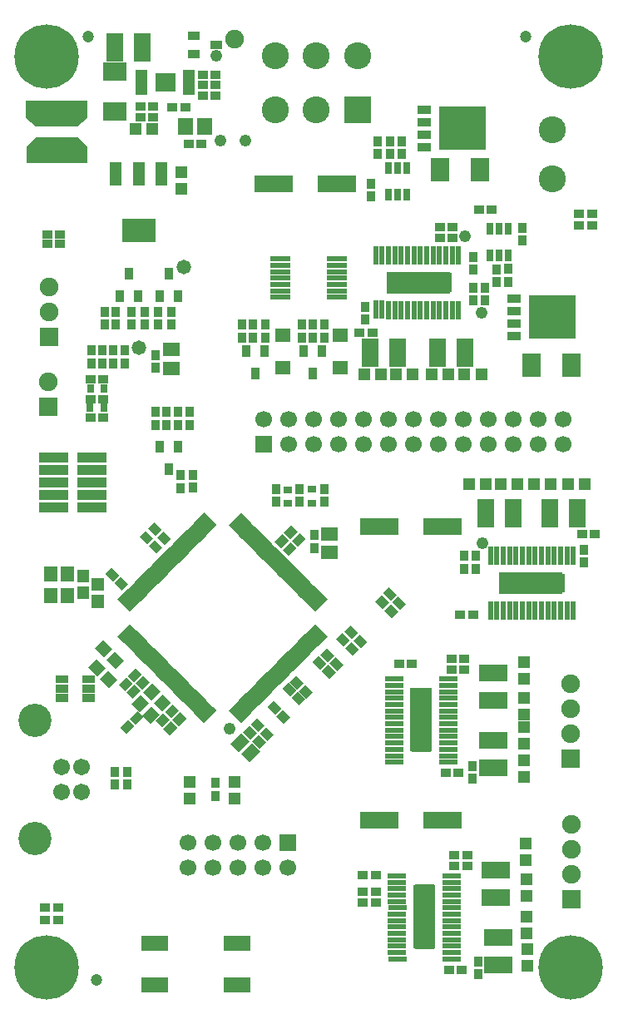
<source format=gbr>
G04 DipTrace 2.4.0.2*
%INTopMask.gbr*%
%MOIN*%
%ADD53R,0.0669X0.0669*%
%ADD54C,0.0669*%
%ADD86R,0.0552X0.0631*%
%ADD88R,0.0316X0.0513*%
%ADD90R,0.0789X0.0237*%
%ADD92R,0.136X0.0926*%
%ADD94R,0.0454X0.0926*%
%ADD96R,0.083X0.076*%
%ADD98R,0.048X0.02*%
%ADD100R,0.258X0.088*%
%ADD102R,0.02X0.073*%
%ADD104R,0.088X0.258*%
%ADD106R,0.073X0.02*%
%ADD108C,0.058*%
%ADD110C,0.048*%
%ADD112R,0.108X0.064*%
%ADD114R,0.1143X0.071*%
%ADD116R,0.071X0.1143*%
%ADD118R,0.0336X0.0493*%
%ADD120R,0.1871X0.1734*%
%ADD122R,0.0533X0.0356*%
%ADD124C,0.258*%
%ADD126C,0.0749*%
%ADD127R,0.0749X0.0749*%
%ADD130C,0.133*%
%ADD132C,0.067*%
%ADD134C,0.108*%
%ADD136R,0.108X0.108*%
%ADD138C,0.0474*%
%ADD140R,0.0316X0.0356*%
%ADD142R,0.0356X0.0316*%
%ADD144R,0.0631X0.0552*%
%ADD146R,0.078X0.093*%
%ADD148R,0.093X0.078*%
%ADD150R,0.068X0.058*%
%ADD152R,0.0493X0.0336*%
%ADD154R,0.158X0.068*%
%ADD156R,0.0356X0.0434*%
%ADD158R,0.0434X0.0356*%
%ADD160R,0.0474X0.0513*%
%ADD162R,0.0513X0.0474*%
%ADD164R,0.0592X0.0671*%
%FSLAX44Y44*%
G04*
G70*
G90*
G75*
G01*
%LNTopMask*%
%LPD*%
D164*
X11745Y39128D3*
X10997D3*
D162*
X8990Y39030D3*
X9659D3*
D160*
X10815Y36628D3*
Y37297D3*
D158*
X11690Y41207D3*
X12202D3*
X11690Y40370D3*
X12202D3*
X9191Y39944D3*
X9703D3*
X11130Y38440D3*
X11642D3*
D156*
X8840Y31208D3*
Y31719D3*
X7750Y31718D3*
Y31206D3*
X9880Y31708D3*
Y31196D3*
D154*
X17060Y36855D3*
X14528Y36845D3*
X21305Y23118D3*
X18773Y23107D3*
X21305Y11338D3*
X18773Y11327D3*
G36*
X8932Y16871D2*
X8681Y17122D1*
X8988Y17429D1*
X9239Y17178D1*
X8932Y16871D1*
G37*
G36*
X8570Y16509D2*
X8319Y16760D1*
X8626Y17067D1*
X8877Y16816D1*
X8570Y16509D1*
G37*
G36*
X9252Y16581D2*
X9001Y16832D1*
X9308Y17139D1*
X9559Y16888D1*
X9252Y16581D1*
G37*
G36*
X8890Y16219D2*
X8639Y16470D1*
X8946Y16777D1*
X9197Y16526D1*
X8890Y16219D1*
G37*
G36*
X9626Y16141D2*
X9291Y16476D1*
X9654Y16839D1*
X9989Y16504D1*
X9626Y16141D1*
G37*
G36*
X9153Y15668D2*
X8818Y16003D1*
X9181Y16366D1*
X9516Y16031D1*
X9153Y15668D1*
G37*
G36*
X10056Y15691D2*
X9721Y16026D1*
X10084Y16389D1*
X10419Y16054D1*
X10056Y15691D1*
G37*
G36*
X9583Y15218D2*
X9248Y15553D1*
X9611Y15916D1*
X9946Y15581D1*
X9583Y15218D1*
G37*
G36*
X10412Y15431D2*
X10161Y15682D1*
X10468Y15989D1*
X10719Y15738D1*
X10412Y15431D1*
G37*
G36*
X10050Y15069D2*
X9799Y15320D1*
X10106Y15627D1*
X10357Y15376D1*
X10050Y15069D1*
G37*
G36*
X10722Y15111D2*
X10471Y15362D1*
X10778Y15669D1*
X11029Y15418D1*
X10722Y15111D1*
G37*
G36*
X10360Y14749D2*
X10109Y15000D1*
X10416Y15307D1*
X10667Y15056D1*
X10360Y14749D1*
G37*
G36*
X13661Y14518D2*
X13912Y14769D1*
X14219Y14462D1*
X13968Y14211D1*
X13661Y14518D1*
G37*
G36*
X13299Y14880D2*
X13550Y15131D1*
X13857Y14824D1*
X13606Y14573D1*
X13299Y14880D1*
G37*
G36*
X13971Y14818D2*
X14222Y15069D1*
X14529Y14762D1*
X14278Y14511D1*
X13971Y14818D1*
G37*
G36*
X13609Y15180D2*
X13860Y15431D1*
X14167Y15124D1*
X13916Y14873D1*
X13609Y15180D1*
G37*
G36*
X16649Y17622D2*
X16398Y17371D1*
X16091Y17678D1*
X16342Y17929D1*
X16649Y17622D1*
G37*
G36*
X17011Y17260D2*
X16760Y17009D1*
X16453Y17316D1*
X16704Y17567D1*
X17011Y17260D1*
G37*
G36*
X16401Y17988D2*
X16652Y18239D1*
X16959Y17932D1*
X16708Y17681D1*
X16401Y17988D1*
G37*
G36*
X16763Y17626D2*
X17014Y17877D1*
X17321Y17570D1*
X17070Y17319D1*
X16763Y17626D1*
G37*
G36*
X15142Y21931D2*
X14891Y22182D1*
X15198Y22489D1*
X15449Y22238D1*
X15142Y21931D1*
G37*
G36*
X15504Y22293D2*
X15253Y22544D1*
X15560Y22851D1*
X15811Y22600D1*
X15504Y22293D1*
G37*
G36*
X14822Y22241D2*
X14571Y22492D1*
X14878Y22799D1*
X15129Y22548D1*
X14822Y22241D1*
G37*
G36*
X15184Y22603D2*
X14933Y22854D1*
X15240Y23161D1*
X15491Y22910D1*
X15184Y22603D1*
G37*
G36*
X10419Y22612D2*
X10168Y22361D1*
X9861Y22668D1*
X10112Y22919D1*
X10419Y22612D1*
G37*
G36*
X10057Y22974D2*
X9806Y22723D1*
X9499Y23030D1*
X9750Y23281D1*
X10057Y22974D1*
G37*
G36*
X9511Y22338D2*
X9762Y22589D1*
X10069Y22282D1*
X9818Y22031D1*
X9511Y22338D1*
G37*
G36*
X9149Y22700D2*
X9400Y22951D1*
X9707Y22644D1*
X9456Y22393D1*
X9149Y22700D1*
G37*
G36*
X8141Y20848D2*
X8392Y21099D1*
X8699Y20792D1*
X8448Y20541D1*
X8141Y20848D1*
G37*
G36*
X7779Y21210D2*
X8030Y21461D1*
X8337Y21154D1*
X8086Y20903D1*
X7779Y21210D1*
G37*
D158*
X5375Y7340D3*
X5887D3*
X5450Y34820D3*
X5962D3*
X27287Y35185D3*
X26776D3*
G36*
X7137Y20196D2*
X6663D1*
Y20709D1*
X7137D1*
Y20196D1*
G37*
G36*
Y20865D2*
X6663D1*
Y21379D1*
X7137D1*
Y20865D1*
G37*
G36*
X7717Y19856D2*
X7243D1*
Y20369D1*
X7717D1*
Y19856D1*
G37*
G36*
Y20525D2*
X7243D1*
Y21039D1*
X7717D1*
Y20525D1*
G37*
D158*
X18613Y9155D3*
X18101D3*
D156*
X22717Y5671D3*
Y5159D3*
D158*
X22283Y9495D3*
X21771D3*
X21561Y5355D3*
X22073D3*
D160*
X24615Y9730D3*
Y10399D3*
X24645Y8310D3*
Y8979D3*
X24667Y7480D3*
Y6811D3*
X24680Y6177D3*
Y5508D3*
D158*
X19550Y17600D3*
X20062D3*
D156*
X22482Y12994D3*
Y13506D3*
D158*
X22158Y17380D3*
X21646D3*
X21426Y13240D3*
X21938D3*
D160*
X24555Y16995D3*
Y17664D3*
X24575Y15585D3*
Y16254D3*
X24545Y15065D3*
Y14396D3*
Y13735D3*
Y13066D3*
D158*
X22516Y19576D3*
X22004D3*
X26890Y22820D3*
X27402D3*
D156*
X22620Y21930D3*
Y21418D3*
X26970Y21660D3*
Y22172D3*
D162*
X23020Y24790D3*
X22351D3*
X24309Y24800D3*
X23640D3*
X25639D3*
X24970D3*
X26340Y24810D3*
X27009D3*
D156*
X22520Y33910D3*
Y33398D3*
D158*
X17970Y30870D3*
X18482D3*
D156*
X22520Y32160D3*
Y32672D3*
X18190Y31918D3*
Y31407D3*
D162*
X18825Y29190D3*
X18155D3*
X20095D3*
X19425D3*
X20855D3*
X21525D3*
X22845D3*
X22175D3*
D156*
X24490Y35070D3*
Y34558D3*
X18680Y38030D3*
Y38542D3*
X9790Y27184D3*
Y27696D3*
X8560Y29653D3*
Y30164D3*
X11310Y24660D3*
Y25172D3*
X15555Y24619D3*
Y24108D3*
D158*
X7190Y28200D3*
X7702D3*
D152*
X11325Y42775D3*
Y42027D3*
X12231Y42401D3*
D150*
X10440Y30190D3*
Y29430D3*
X16770Y22060D3*
Y22820D3*
D148*
X8170Y41326D3*
Y39726D3*
G36*
X6851Y16078D2*
Y16394D1*
X7364D1*
Y16078D1*
X6851D1*
G37*
G36*
Y16452D2*
Y16768D1*
X7364D1*
Y16452D1*
X6851D1*
G37*
G36*
Y16826D2*
Y17142D1*
X7364D1*
Y16826D1*
X6851D1*
G37*
G36*
X5788D2*
Y17142D1*
X6301D1*
Y16826D1*
X5788D1*
G37*
G36*
Y16452D2*
Y16768D1*
X6301D1*
Y16452D1*
X5788D1*
G37*
G36*
Y16078D2*
Y16394D1*
X6301D1*
Y16078D1*
X5788D1*
G37*
D156*
X7220Y29653D3*
Y30164D3*
X11150Y27180D3*
Y27692D3*
D146*
X24855Y29570D3*
X26455D3*
X21185Y37420D3*
X22785D3*
D144*
X14877Y30770D3*
Y29470D3*
X17180Y30770D3*
Y29471D3*
D142*
X15100Y24581D3*
Y24030D3*
X16055Y24056D3*
Y24608D3*
D140*
X7190Y28628D3*
X7741D3*
X7716Y27860D3*
X7164D3*
D138*
X7440Y4940D3*
X24640Y42740D3*
X7090D3*
D136*
X17877Y39815D3*
D134*
X16227D3*
X14577D3*
X17877Y41975D3*
X16227D3*
X14577D3*
X25690Y37040D3*
Y39010D3*
D132*
X6815Y13460D3*
Y12476D3*
X6028Y13460D3*
Y12476D3*
D130*
X4961Y15338D3*
Y10598D3*
D53*
X14130Y26420D3*
D54*
X15130D3*
X16130D3*
X17130D3*
X18130D3*
X19130D3*
X20130D3*
X21130D3*
X22130D3*
X23130D3*
X24130D3*
X25130D3*
X26130D3*
X14130Y27420D3*
X15130D3*
X16130D3*
X17130D3*
X18130D3*
X19130D3*
X20130D3*
X21130D3*
X22130D3*
X23130D3*
X24130D3*
X25130D3*
X26130D3*
D53*
X15110Y10450D3*
D54*
X14110D3*
X13110D3*
X12110D3*
X11110D3*
X15110Y9450D3*
X14110D3*
X13110D3*
X12110D3*
X11110D3*
D127*
X26422Y13790D3*
D126*
Y14790D3*
Y15790D3*
Y16790D3*
D127*
X26462Y8170D3*
D126*
Y9170D3*
Y10170D3*
Y11170D3*
D127*
X5540Y30692D3*
D126*
Y31692D3*
Y32692D3*
D127*
X5480Y27910D3*
D126*
Y28910D3*
G36*
X6659Y23663D2*
Y24057D1*
X7841D1*
Y23663D1*
X6659D1*
G37*
G36*
Y24163D2*
Y24557D1*
X7841D1*
Y24163D1*
X6659D1*
G37*
G36*
Y24663D2*
Y25057D1*
X7841D1*
Y24663D1*
X6659D1*
G37*
G36*
Y25163D2*
Y25557D1*
X7841D1*
Y25163D1*
X6659D1*
G37*
G36*
Y25663D2*
Y26057D1*
X7841D1*
Y25663D1*
X6659D1*
G37*
G36*
X5116Y23663D2*
Y24057D1*
X6298D1*
Y23663D1*
X5116D1*
G37*
G36*
Y24163D2*
Y24557D1*
X6298D1*
Y24163D1*
X5116D1*
G37*
G36*
Y24663D2*
Y25057D1*
X6298D1*
Y24663D1*
X5116D1*
G37*
G36*
Y25163D2*
Y25557D1*
X6298D1*
Y25163D1*
X5116D1*
G37*
G36*
Y25663D2*
Y26057D1*
X6298D1*
Y25663D1*
X5116D1*
G37*
D126*
X12950Y42640D3*
G36*
X4609Y40170D2*
X7052D1*
Y39483D1*
X6673Y39126D1*
X4988D1*
X4609Y39483D1*
Y40170D1*
G37*
G36*
X7071Y37669D2*
X4629D1*
Y38356D1*
X5008Y38713D1*
X6693D1*
X7071Y38356D1*
Y37669D1*
G37*
G36*
X12806Y14421D2*
X13239Y14854D1*
X13574Y14519D1*
X13141Y14086D1*
X12806Y14421D1*
G37*
G36*
X13224Y14004D2*
X13656Y14436D1*
X13991Y14101D1*
X13559Y13669D1*
X13224Y14004D1*
G37*
D124*
X5440Y41940D3*
Y5440D3*
X26440D3*
Y41940D3*
D122*
X24160Y32240D3*
X24158Y31740D3*
Y31240D3*
Y30740D3*
D120*
X25695Y31490D3*
D122*
X20567Y39819D3*
X20565Y39319D3*
Y38819D3*
Y38319D3*
D120*
X22102Y39069D3*
D118*
X14168Y30140D3*
X13419D3*
X13793Y29234D3*
X16474Y30143D3*
X15726D3*
X16100Y29237D3*
X10700Y26310D3*
X9952D3*
X10326Y25404D3*
X9950Y32330D3*
X10698D3*
X10324Y33236D3*
X8350Y32330D3*
X9098D3*
X8724Y33236D3*
D116*
X9256Y42320D3*
X8154D3*
D156*
X9790Y29470D3*
Y29982D3*
X16170Y22760D3*
Y22248D3*
D158*
X9191Y39506D3*
X9703D3*
X10470Y39890D3*
X10982D3*
D156*
X9350Y31198D3*
Y31709D3*
X8210Y31198D3*
Y31709D3*
X10420Y31718D3*
Y31206D3*
G36*
X8539Y17736D2*
X8204Y17401D1*
X7841Y17764D1*
X8176Y18099D1*
X8539Y17736D1*
G37*
G36*
X8066Y18209D2*
X7731Y17874D1*
X7368Y18237D1*
X7703Y18572D1*
X8066Y18209D1*
G37*
G36*
X8259Y16976D2*
X7924Y16641D1*
X7561Y17004D1*
X7896Y17339D1*
X8259Y16976D1*
G37*
G36*
X7786Y17449D2*
X7451Y17114D1*
X7088Y17477D1*
X7423Y17812D1*
X7786Y17449D1*
G37*
G36*
X8642Y14801D2*
X8391Y15052D1*
X8698Y15359D1*
X8949Y15108D1*
X8642Y14801D1*
G37*
G36*
X9004Y15163D2*
X8753Y15414D1*
X9060Y15721D1*
X9311Y15470D1*
X9004Y15163D1*
G37*
G36*
X14271Y15878D2*
X14522Y16129D1*
X14829Y15822D1*
X14578Y15571D1*
X14271Y15878D1*
G37*
G36*
X14633Y15516D2*
X14884Y15767D1*
X15191Y15460D1*
X14940Y15209D1*
X14633Y15516D1*
G37*
D156*
X12180Y12320D3*
Y12832D3*
G36*
X15251Y16248D2*
X15502Y16499D1*
X15809Y16192D1*
X15558Y15941D1*
X15251Y16248D1*
G37*
G36*
X14889Y16610D2*
X15140Y16861D1*
X15447Y16554D1*
X15196Y16303D1*
X14889Y16610D1*
G37*
G36*
X15531Y16518D2*
X15782Y16769D1*
X16089Y16462D1*
X15838Y16211D1*
X15531Y16518D1*
G37*
G36*
X15169Y16880D2*
X15420Y17131D1*
X15727Y16824D1*
X15476Y16573D1*
X15169Y16880D1*
G37*
D158*
X5885Y7830D3*
X5373D3*
X5970Y34450D3*
X5458D3*
X26767Y35625D3*
X27279D3*
X22283Y9925D3*
X21771D3*
X18613Y8465D3*
X18101D3*
Y8035D3*
X18613D3*
D114*
X23437Y9346D3*
Y8244D3*
X23517Y5544D3*
Y6646D3*
D158*
X22158Y17800D3*
X21646D3*
G36*
X17721Y18538D2*
X17972Y18789D1*
X18279Y18482D1*
X18028Y18231D1*
X17721Y18538D1*
G37*
G36*
X17359Y18900D2*
X17610Y19151D1*
X17917Y18844D1*
X17666Y18593D1*
X17359Y18900D1*
G37*
G36*
X17031Y18598D2*
X17282Y18849D1*
X17589Y18542D1*
X17338Y18291D1*
X17031Y18598D1*
G37*
G36*
X17393Y18236D2*
X17644Y18487D1*
X17951Y18180D1*
X17700Y17929D1*
X17393Y18236D1*
G37*
D114*
X23312Y17231D3*
Y16129D3*
Y13429D3*
Y14531D3*
D156*
X22170Y21930D3*
Y21418D3*
G36*
X19271Y20068D2*
X19522Y20319D1*
X19829Y20012D1*
X19578Y19761D1*
X19271Y20068D1*
G37*
G36*
X18909Y20430D2*
X19160Y20681D1*
X19467Y20374D1*
X19216Y20123D1*
X18909Y20430D1*
G37*
G36*
X18601Y20108D2*
X18852Y20359D1*
X19159Y20052D1*
X18908Y19801D1*
X18601Y20108D1*
G37*
G36*
X18963Y19746D2*
X19214Y19997D1*
X19521Y19690D1*
X19270Y19439D1*
X18963Y19746D1*
G37*
D116*
X23017Y23630D3*
X24119D3*
X26691D3*
X25589D3*
D156*
X22990Y32160D3*
Y32672D3*
D158*
X21180Y34670D3*
X21692D3*
X21690Y35100D3*
X21178D3*
D116*
X22181Y30085D3*
X21079D3*
X18379D3*
X19481D3*
D156*
X10690Y27696D3*
Y27184D3*
X10240D3*
Y27696D3*
X7660Y30164D3*
Y29653D3*
X8110D3*
Y30164D3*
X10800Y24650D3*
Y25162D3*
X16555Y24096D3*
Y24608D3*
X14630Y24602D3*
Y24090D3*
D158*
X7696Y27480D3*
X7184D3*
Y29020D3*
X7696D3*
X12190Y40790D3*
X11678D3*
D156*
X23915Y32920D3*
Y33432D3*
X23445Y32910D3*
Y33422D3*
X19180Y38550D3*
Y38038D3*
X19663Y38550D3*
Y38038D3*
X13708Y30684D3*
Y31196D3*
X14178Y30684D3*
Y31196D3*
X16110Y30684D3*
Y31196D3*
X16570Y30684D3*
Y31196D3*
D158*
X23270Y35790D3*
X22758D3*
D156*
X18430Y36840D3*
Y36328D3*
X13248Y30684D3*
Y31196D3*
X15650Y30684D3*
Y31196D3*
D160*
X11145Y12875D3*
Y12205D3*
X12960Y12870D3*
Y12201D3*
D156*
X8650Y13270D3*
Y12758D3*
X8160Y13270D3*
Y12758D3*
D112*
X9770Y6420D3*
Y4735D3*
X13060Y6420D3*
Y4735D3*
D110*
X12240Y41980D3*
X12380Y38560D3*
X13380D3*
X22200Y34730D3*
X12770Y15010D3*
X22890Y22430D3*
X22860Y31660D3*
D108*
X9140Y30270D3*
X10940Y33520D3*
G36*
X11602Y23531D2*
X11742Y23671D1*
X12244Y23169D1*
X12104Y23029D1*
X11602Y23531D1*
G37*
G36*
X11463Y23392D2*
X11603Y23532D1*
X12105Y23030D1*
X11965Y22890D1*
X11463Y23392D1*
G37*
G36*
X11324Y23253D2*
X11464Y23393D1*
X11966Y22891D1*
X11826Y22751D1*
X11324Y23253D1*
G37*
G36*
X11184Y23114D2*
X11325Y23254D1*
X11827Y22752D1*
X11686Y22612D1*
X11184Y23114D1*
G37*
G36*
X11045Y22974D2*
X11185Y23115D1*
X11687Y22613D1*
X11547Y22472D1*
X11045Y22974D1*
G37*
G36*
X10906Y22835D2*
X11046Y22975D1*
X11548Y22473D1*
X11408Y22333D1*
X10906Y22835D1*
G37*
G36*
X10767Y22696D2*
X10907Y22836D1*
X11409Y22334D1*
X11269Y22194D1*
X10767Y22696D1*
G37*
G36*
X10628Y22557D2*
X10768Y22697D1*
X11270Y22195D1*
X11130Y22055D1*
X10628Y22557D1*
G37*
G36*
X10488Y22418D2*
X10629Y22558D1*
X11131Y22056D1*
X10990Y21916D1*
X10488Y22418D1*
G37*
G36*
X10349Y22278D2*
X10489Y22419D1*
X10991Y21917D1*
X10851Y21776D1*
X10349Y22278D1*
G37*
G36*
X10210Y22139D2*
X10350Y22279D1*
X10852Y21777D1*
X10712Y21637D1*
X10210Y22139D1*
G37*
G36*
X10071Y22000D2*
X10211Y22140D1*
X10713Y21638D1*
X10573Y21498D1*
X10071Y22000D1*
G37*
G36*
X9932Y21861D2*
X10072Y22001D1*
X10574Y21499D1*
X10434Y21359D1*
X9932Y21861D1*
G37*
G36*
X9793Y21722D2*
X9933Y21862D1*
X10435Y21360D1*
X10295Y21220D1*
X9793Y21722D1*
G37*
G36*
X9653Y21582D2*
X9793Y21723D1*
X10295Y21221D1*
X10155Y21080D1*
X9653Y21582D1*
G37*
G36*
X9514Y21443D2*
X9654Y21583D1*
X10156Y21081D1*
X10016Y20941D1*
X9514Y21443D1*
G37*
G36*
X9375Y21304D2*
X9515Y21444D1*
X10017Y20942D1*
X9877Y20802D1*
X9375Y21304D1*
G37*
G36*
X9236Y21165D2*
X9376Y21305D1*
X9878Y20803D1*
X9738Y20663D1*
X9236Y21165D1*
G37*
G36*
X9097Y21026D2*
X9237Y21166D1*
X9739Y20664D1*
X9599Y20524D1*
X9097Y21026D1*
G37*
G36*
X8957Y20887D2*
X9097Y21027D1*
X9599Y20525D1*
X9459Y20385D1*
X8957Y20887D1*
G37*
G36*
X8818Y20747D2*
X8958Y20887D1*
X9460Y20385D1*
X9320Y20245D1*
X8818Y20747D1*
G37*
G36*
X8679Y20608D2*
X8819Y20748D1*
X9321Y20246D1*
X9181Y20106D1*
X8679Y20608D1*
G37*
G36*
X8540Y20469D2*
X8680Y20609D1*
X9182Y20107D1*
X9042Y19967D1*
X8540Y20469D1*
G37*
G36*
X8401Y20330D2*
X8541Y20470D1*
X9043Y19968D1*
X8903Y19828D1*
X8401Y20330D1*
G37*
G36*
X8261Y20191D2*
X8401Y20331D1*
X8903Y19829D1*
X8763Y19689D1*
X8261Y20191D1*
G37*
G36*
X8401Y18575D2*
X8261Y18715D1*
X8763Y19217D1*
X8903Y19077D1*
X8401Y18575D1*
G37*
G36*
X8541Y18436D2*
X8401Y18576D1*
X8903Y19078D1*
X9043Y18938D1*
X8541Y18436D1*
G37*
G36*
X8680Y18297D2*
X8540Y18437D1*
X9042Y18939D1*
X9182Y18799D1*
X8680Y18297D1*
G37*
G36*
X8819Y18157D2*
X8679Y18297D1*
X9181Y18799D1*
X9321Y18659D1*
X8819Y18157D1*
G37*
G36*
X8958Y18018D2*
X8818Y18158D1*
X9320Y18660D1*
X9460Y18520D1*
X8958Y18018D1*
G37*
G36*
X9097Y17879D2*
X8957Y18019D1*
X9459Y18521D1*
X9599Y18381D1*
X9097Y17879D1*
G37*
G36*
X9237Y17740D2*
X9097Y17880D1*
X9599Y18382D1*
X9739Y18242D1*
X9237Y17740D1*
G37*
G36*
X9376Y17601D2*
X9236Y17741D1*
X9738Y18243D1*
X9878Y18103D1*
X9376Y17601D1*
G37*
G36*
X9515Y17461D2*
X9375Y17602D1*
X9877Y18104D1*
X10017Y17963D1*
X9515Y17461D1*
G37*
G36*
X9654Y17322D2*
X9514Y17462D1*
X10016Y17964D1*
X10156Y17824D1*
X9654Y17322D1*
G37*
G36*
X9793Y17183D2*
X9653Y17323D1*
X10155Y17825D1*
X10295Y17685D1*
X9793Y17183D1*
G37*
G36*
X9933Y17044D2*
X9793Y17184D1*
X10295Y17686D1*
X10435Y17546D1*
X9933Y17044D1*
G37*
G36*
X10072Y16905D2*
X9932Y17045D1*
X10434Y17547D1*
X10574Y17407D1*
X10072Y16905D1*
G37*
G36*
X10211Y16765D2*
X10071Y16906D1*
X10573Y17408D1*
X10713Y17267D1*
X10211Y16765D1*
G37*
G36*
X10350Y16626D2*
X10210Y16766D1*
X10712Y17268D1*
X10852Y17128D1*
X10350Y16626D1*
G37*
G36*
X10489Y16487D2*
X10349Y16627D1*
X10851Y17129D1*
X10991Y16989D1*
X10489Y16487D1*
G37*
G36*
X10629Y16348D2*
X10488Y16488D1*
X10990Y16990D1*
X11131Y16850D1*
X10629Y16348D1*
G37*
G36*
X10768Y16209D2*
X10628Y16349D1*
X11130Y16851D1*
X11270Y16711D1*
X10768Y16209D1*
G37*
G36*
X10907Y16069D2*
X10767Y16210D1*
X11269Y16712D1*
X11409Y16571D1*
X10907Y16069D1*
G37*
G36*
X11046Y15930D2*
X10906Y16070D1*
X11408Y16572D1*
X11548Y16432D1*
X11046Y15930D1*
G37*
G36*
X11185Y15791D2*
X11045Y15931D1*
X11547Y16433D1*
X11687Y16293D1*
X11185Y15791D1*
G37*
G36*
X11325Y15652D2*
X11184Y15792D1*
X11686Y16294D1*
X11827Y16154D1*
X11325Y15652D1*
G37*
G36*
X11464Y15513D2*
X11324Y15653D1*
X11826Y16155D1*
X11966Y16015D1*
X11464Y15513D1*
G37*
G36*
X11603Y15374D2*
X11463Y15514D1*
X11965Y16016D1*
X12105Y15876D1*
X11603Y15374D1*
G37*
G36*
X11742Y15234D2*
X11602Y15374D1*
X12104Y15876D1*
X12244Y15736D1*
X11742Y15234D1*
G37*
G36*
X12716Y15736D2*
X12856Y15876D1*
X13358Y15374D1*
X13218Y15234D1*
X12716Y15736D1*
G37*
G36*
X12855Y15876D2*
X12995Y16016D1*
X13497Y15514D1*
X13357Y15374D1*
X12855Y15876D1*
G37*
G36*
X12994Y16015D2*
X13134Y16155D1*
X13636Y15653D1*
X13496Y15513D1*
X12994Y16015D1*
G37*
G36*
X13133Y16154D2*
X13273Y16294D1*
X13775Y15792D1*
X13635Y15652D1*
X13133Y16154D1*
G37*
G36*
X13272Y16293D2*
X13412Y16433D1*
X13914Y15931D1*
X13774Y15791D1*
X13272Y16293D1*
G37*
G36*
X13412Y16432D2*
X13552Y16572D1*
X14054Y16070D1*
X13914Y15930D1*
X13412Y16432D1*
G37*
G36*
X13551Y16571D2*
X13691Y16712D1*
X14193Y16210D1*
X14053Y16069D1*
X13551Y16571D1*
G37*
G36*
X13690Y16711D2*
X13830Y16851D1*
X14332Y16349D1*
X14192Y16209D1*
X13690Y16711D1*
G37*
G36*
X13829Y16850D2*
X13969Y16990D1*
X14471Y16488D1*
X14331Y16348D1*
X13829Y16850D1*
G37*
G36*
X13968Y16989D2*
X14108Y17129D1*
X14610Y16627D1*
X14470Y16487D1*
X13968Y16989D1*
G37*
G36*
X14108Y17128D2*
X14248Y17268D1*
X14750Y16766D1*
X14610Y16626D1*
X14108Y17128D1*
G37*
G36*
X14247Y17267D2*
X14387Y17408D1*
X14889Y16906D1*
X14749Y16765D1*
X14247Y17267D1*
G37*
G36*
X14386Y17407D2*
X14526Y17547D1*
X15028Y17045D1*
X14888Y16905D1*
X14386Y17407D1*
G37*
G36*
X14525Y17546D2*
X14665Y17686D1*
X15167Y17184D1*
X15027Y17044D1*
X14525Y17546D1*
G37*
G36*
X14664Y17685D2*
X14804Y17825D1*
X15306Y17323D1*
X15166Y17183D1*
X14664Y17685D1*
G37*
G36*
X14803Y17824D2*
X14944Y17964D1*
X15446Y17462D1*
X15305Y17322D1*
X14803Y17824D1*
G37*
G36*
X14943Y17963D2*
X15083Y18104D1*
X15585Y17602D1*
X15445Y17461D1*
X14943Y17963D1*
G37*
G36*
X15082Y18103D2*
X15222Y18243D1*
X15724Y17741D1*
X15584Y17601D1*
X15082Y18103D1*
G37*
G36*
X15221Y18242D2*
X15361Y18382D1*
X15863Y17880D1*
X15723Y17740D1*
X15221Y18242D1*
G37*
G36*
X15360Y18381D2*
X15500Y18521D1*
X16002Y18019D1*
X15862Y17879D1*
X15360Y18381D1*
G37*
G36*
X15499Y18520D2*
X15640Y18660D1*
X16142Y18158D1*
X16001Y18018D1*
X15499Y18520D1*
G37*
G36*
X15639Y18659D2*
X15779Y18799D1*
X16281Y18297D1*
X16141Y18157D1*
X15639Y18659D1*
G37*
G36*
X15778Y18799D2*
X15918Y18939D1*
X16420Y18437D1*
X16280Y18297D1*
X15778Y18799D1*
G37*
G36*
X15917Y18938D2*
X16057Y19078D1*
X16559Y18576D1*
X16419Y18436D1*
X15917Y18938D1*
G37*
G36*
X16056Y19077D2*
X16196Y19217D1*
X16698Y18715D1*
X16558Y18575D1*
X16056Y19077D1*
G37*
G36*
X16196Y19689D2*
X16056Y19829D1*
X16558Y20331D1*
X16698Y20191D1*
X16196Y19689D1*
G37*
G36*
X16057Y19828D2*
X15917Y19968D1*
X16419Y20470D1*
X16559Y20330D1*
X16057Y19828D1*
G37*
G36*
X15918Y19967D2*
X15778Y20107D1*
X16280Y20609D1*
X16420Y20469D1*
X15918Y19967D1*
G37*
G36*
X15779Y20106D2*
X15639Y20246D1*
X16141Y20748D1*
X16281Y20608D1*
X15779Y20106D1*
G37*
G36*
X15640Y20245D2*
X15499Y20385D1*
X16001Y20887D1*
X16142Y20747D1*
X15640Y20245D1*
G37*
G36*
X15500Y20385D2*
X15360Y20525D1*
X15862Y21027D1*
X16002Y20887D1*
X15500Y20385D1*
G37*
G36*
X15361Y20524D2*
X15221Y20664D1*
X15723Y21166D1*
X15863Y21026D1*
X15361Y20524D1*
G37*
G36*
X15222Y20663D2*
X15082Y20803D1*
X15584Y21305D1*
X15724Y21165D1*
X15222Y20663D1*
G37*
G36*
X15083Y20802D2*
X14943Y20942D1*
X15445Y21444D1*
X15585Y21304D1*
X15083Y20802D1*
G37*
G36*
X14944Y20941D2*
X14803Y21081D1*
X15305Y21583D1*
X15446Y21443D1*
X14944Y20941D1*
G37*
G36*
X14804Y21080D2*
X14664Y21221D1*
X15166Y21723D1*
X15306Y21582D1*
X14804Y21080D1*
G37*
G36*
X14665Y21220D2*
X14525Y21360D1*
X15027Y21862D1*
X15167Y21722D1*
X14665Y21220D1*
G37*
G36*
X14526Y21359D2*
X14386Y21499D1*
X14888Y22001D1*
X15028Y21861D1*
X14526Y21359D1*
G37*
G36*
X14387Y21498D2*
X14247Y21638D1*
X14749Y22140D1*
X14889Y22000D1*
X14387Y21498D1*
G37*
G36*
X14248Y21637D2*
X14108Y21777D1*
X14610Y22279D1*
X14750Y22139D1*
X14248Y21637D1*
G37*
G36*
X14108Y21776D2*
X13968Y21917D1*
X14470Y22419D1*
X14610Y22278D1*
X14108Y21776D1*
G37*
G36*
X13969Y21916D2*
X13829Y22056D1*
X14331Y22558D1*
X14471Y22418D1*
X13969Y21916D1*
G37*
G36*
X13830Y22055D2*
X13690Y22195D1*
X14192Y22697D1*
X14332Y22557D1*
X13830Y22055D1*
G37*
G36*
X13691Y22194D2*
X13551Y22334D1*
X14053Y22836D1*
X14193Y22696D1*
X13691Y22194D1*
G37*
G36*
X13552Y22333D2*
X13412Y22473D1*
X13914Y22975D1*
X14054Y22835D1*
X13552Y22333D1*
G37*
G36*
X13412Y22472D2*
X13272Y22613D1*
X13774Y23115D1*
X13914Y22974D1*
X13412Y22472D1*
G37*
G36*
X13273Y22612D2*
X13133Y22752D1*
X13635Y23254D1*
X13775Y23114D1*
X13273Y22612D1*
G37*
G36*
X13134Y22751D2*
X12994Y22891D1*
X13496Y23393D1*
X13636Y23253D1*
X13134Y22751D1*
G37*
G36*
X12995Y22890D2*
X12855Y23030D1*
X13357Y23532D1*
X13497Y23392D1*
X12995Y22890D1*
G37*
G36*
X12856Y23029D2*
X12716Y23169D1*
X13218Y23671D1*
X13358Y23531D1*
X12856Y23029D1*
G37*
D106*
X21657Y5785D3*
Y6035D3*
X21659Y6293D3*
Y6549D3*
Y6805D3*
Y7060D3*
Y7316D3*
Y7572D3*
Y7828D3*
Y8084D3*
Y8340D3*
Y8596D3*
Y8852D3*
Y9108D3*
X19474D3*
Y8852D3*
Y8596D3*
Y8340D3*
Y8084D3*
X19477Y7825D3*
X19474Y7572D3*
Y7316D3*
Y7060D3*
Y6805D3*
Y6549D3*
Y6293D3*
Y6037D3*
X19477Y5785D3*
D104*
X20567Y7485D3*
D106*
X21532Y13670D3*
Y13920D3*
X21534Y14178D3*
Y14434D3*
Y14690D3*
Y14945D3*
Y15201D3*
Y15457D3*
Y15713D3*
Y15969D3*
Y16225D3*
Y16481D3*
Y16737D3*
Y16993D3*
X19349D3*
Y16737D3*
Y16481D3*
Y16225D3*
Y15969D3*
X19352Y15710D3*
X19349Y15457D3*
Y15201D3*
Y14945D3*
Y14690D3*
Y14434D3*
Y14178D3*
Y13922D3*
X19352Y13670D3*
D104*
X20442Y15370D3*
D102*
X26540Y21930D3*
X26290D3*
X26032Y21933D3*
X25776D3*
X25520D3*
X25264D3*
X25008D3*
X24753D3*
X24497D3*
X24241D3*
X23985D3*
X23729D3*
X23473D3*
X23217D3*
Y19747D3*
X23473D3*
X23729D3*
X23985D3*
X24241D3*
X24500Y19750D3*
X24753Y19747D3*
X25008D3*
X25264D3*
X25520D3*
X25776D3*
X26032D3*
X26288D3*
X26540Y19750D3*
D100*
X24840Y20840D3*
D102*
X18620Y31790D3*
X18870D3*
X19128Y31787D3*
X19384D3*
X19640D3*
X19896D3*
X20152D3*
X20407D3*
X20663D3*
X20919D3*
X21175D3*
X21431D3*
X21687D3*
X21943D3*
Y33973D3*
X21687D3*
X21431D3*
X21175D3*
X20919D3*
X20660Y33970D3*
X20407Y33973D3*
X20152D3*
X19896D3*
X19640D3*
X19384D3*
X19128D3*
X18872D3*
X18620Y33970D3*
D100*
X20320Y32880D3*
D98*
X11127Y40503D3*
Y40696D3*
Y40896D3*
Y41094D3*
Y41290D3*
X9237D3*
Y41094D3*
Y40896D3*
Y40700D3*
Y40503D3*
D96*
X10182Y40896D3*
D94*
X10020Y37250D3*
X9114D3*
X8209D3*
D92*
X9114Y34967D3*
D90*
X14790Y33830D3*
Y33574D3*
Y33318D3*
Y33062D3*
Y32806D3*
Y32550D3*
Y32295D3*
X17073D3*
Y32550D3*
Y32806D3*
Y33062D3*
Y33318D3*
Y33574D3*
Y33830D3*
D88*
X23935Y35030D3*
X23561D3*
X23187D3*
Y33967D3*
X23561D3*
X23935D3*
X19120Y36420D3*
X19494D3*
X19868D3*
Y37483D3*
X19494D3*
X19120D3*
D86*
X6249Y20331D3*
Y21197D3*
X5580D3*
Y20331D3*
G36*
X23607Y21222D2*
X26187D1*
Y20462D1*
X23607D1*
Y21222D1*
G37*
G36*
X20067Y16642D2*
X20827D1*
Y14062D1*
X20067D1*
Y16642D1*
G37*
G36*
X19067Y33272D2*
X21647D1*
Y32512D1*
X19067D1*
Y33272D1*
G37*
G36*
X20190Y8768D2*
X20950D1*
Y6188D1*
X20190D1*
Y8768D1*
G37*
M02*

</source>
